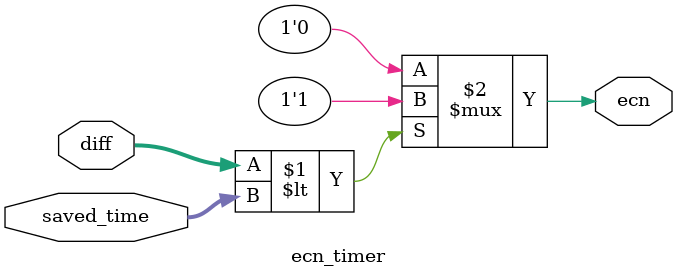
<source format=v>
`timescale 1 ns / 1 ps 


module ecn_timer (
        diff,
        saved_time,
        ecn
);


input  [63:0] diff;
input  [63:0] saved_time;
output  [0:0] ecn;

assign ecn = ((diff < saved_time) ? 1'b1 : 1'b0);

endmodule //ecn_timer

</source>
